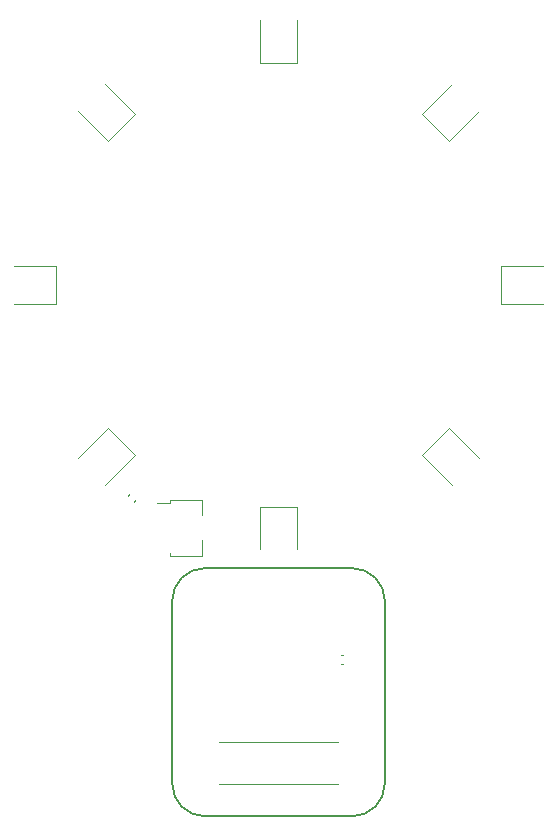
<source format=gbr>
%TF.GenerationSoftware,KiCad,Pcbnew,(5.1.10-1-10_14)*%
%TF.CreationDate,2021-10-15T15:25:17+08:00*%
%TF.ProjectId,led-ring,6c65642d-7269-46e6-972e-6b696361645f,rev?*%
%TF.SameCoordinates,Original*%
%TF.FileFunction,Legend,Top*%
%TF.FilePolarity,Positive*%
%FSLAX46Y46*%
G04 Gerber Fmt 4.6, Leading zero omitted, Abs format (unit mm)*
G04 Created by KiCad (PCBNEW (5.1.10-1-10_14)) date 2021-10-15 15:25:17*
%MOMM*%
%LPD*%
G01*
G04 APERTURE LIST*
%ADD10C,0.150000*%
%ADD11C,0.120000*%
G04 APERTURE END LIST*
D10*
X-6250000Y-45000000D02*
G75*
G02*
X-9000000Y-42250000I0J2750000D01*
G01*
X9000000Y-42250000D02*
G75*
G02*
X6250000Y-45000000I-2750000J0D01*
G01*
X6250000Y-24000000D02*
G75*
G02*
X9000000Y-26750000I0J-2750000D01*
G01*
X-9000000Y-26750000D02*
G75*
G02*
X-6250000Y-24000000I2750000J0D01*
G01*
X-6250000Y-24000000D02*
X6250000Y-24000000D01*
X9000000Y-26750000D02*
X9000000Y-42250000D01*
X-6250000Y-45000000D02*
X6250000Y-45000000D01*
X-9000000Y-26750000D02*
X-9000000Y-42250000D01*
D11*
%TO.C,SW1*%
X-5000000Y-38700000D02*
X5000000Y-38700000D01*
X-5000000Y-42300000D02*
X5000000Y-42300000D01*
%TO.C,U3*%
X-6468000Y-21624000D02*
X-6468000Y-22934000D01*
X-6468000Y-22934000D02*
X-9188000Y-22934000D01*
X-10328000Y-18444000D02*
X-9188000Y-18444000D01*
X-6468000Y-18214000D02*
X-6468000Y-19524000D01*
X-9188000Y-18214000D02*
X-6468000Y-18214000D01*
X-9188000Y-18214000D02*
X-9188000Y-18444000D01*
X-9188000Y-22934000D02*
X-9188000Y-22704000D01*
%TO.C,D8*%
X1600000Y-22400000D02*
X1600000Y-18800000D01*
X-1600000Y-22400000D02*
X-1600000Y-18800000D01*
X1600000Y-18800000D02*
X-1600000Y-18800000D01*
%TO.C,D7*%
X-14707821Y-16970562D02*
X-12162236Y-14424978D01*
X-16970562Y-14707821D02*
X-14424978Y-12162236D01*
X-12162236Y-14424978D02*
X-14424978Y-12162236D01*
%TO.C,D6*%
X-22400000Y-1600000D02*
X-18800000Y-1600000D01*
X-22400000Y1600000D02*
X-18800000Y1600000D01*
X-18800000Y-1600000D02*
X-18800000Y1600000D01*
%TO.C,D5*%
X-16970562Y14707821D02*
X-14424978Y12162236D01*
X-14707821Y16970562D02*
X-12162236Y14424978D01*
X-14424978Y12162236D02*
X-12162236Y14424978D01*
%TO.C,D4*%
X-1600000Y22400000D02*
X-1600000Y18800000D01*
X1600000Y22400000D02*
X1600000Y18800000D01*
X-1600000Y18800000D02*
X1600000Y18800000D01*
%TO.C,D3*%
X14707821Y16970562D02*
X12162236Y14424978D01*
X16970562Y14707821D02*
X14424978Y12162236D01*
X12162236Y14424978D02*
X14424978Y12162236D01*
%TO.C,D2*%
X22400000Y1600000D02*
X18800000Y1600000D01*
X22400000Y-1600000D02*
X18800000Y-1600000D01*
X18800000Y1600000D02*
X18800000Y-1600000D01*
%TO.C,D1*%
X16970562Y-14707821D02*
X14424978Y-12162236D01*
X14707821Y-16970562D02*
X12162236Y-14424978D01*
X14424978Y-12162236D02*
X12162236Y-14424978D01*
%TO.C,C2*%
X-12776810Y-17855693D02*
X-12624307Y-17703190D01*
X-12267693Y-18364810D02*
X-12115190Y-18212307D01*
%TO.C,C1*%
X5471836Y-32110000D02*
X5256164Y-32110000D01*
X5471836Y-31390000D02*
X5256164Y-31390000D01*
%TD*%
M02*

</source>
